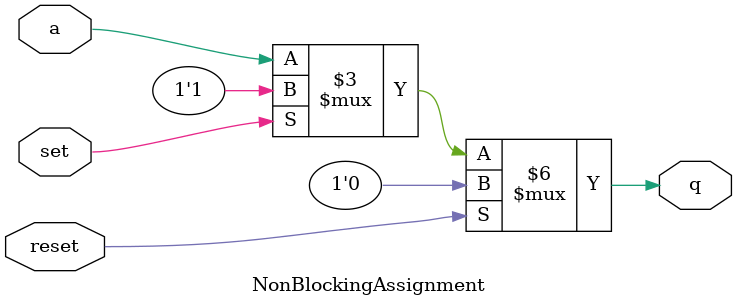
<source format=v>
module NonBlockingAssignment (reset, set, a, q);

	input reset;
	input set;
	input a;

	output q; 

	reg q;

	always @ (*)
	begin 
		if (reset)
		q <=1'b0;

		else

		   if (set)
		   q <= 1'b1;

		   else
		   q  <= a;
 
	end

endmodule

</source>
